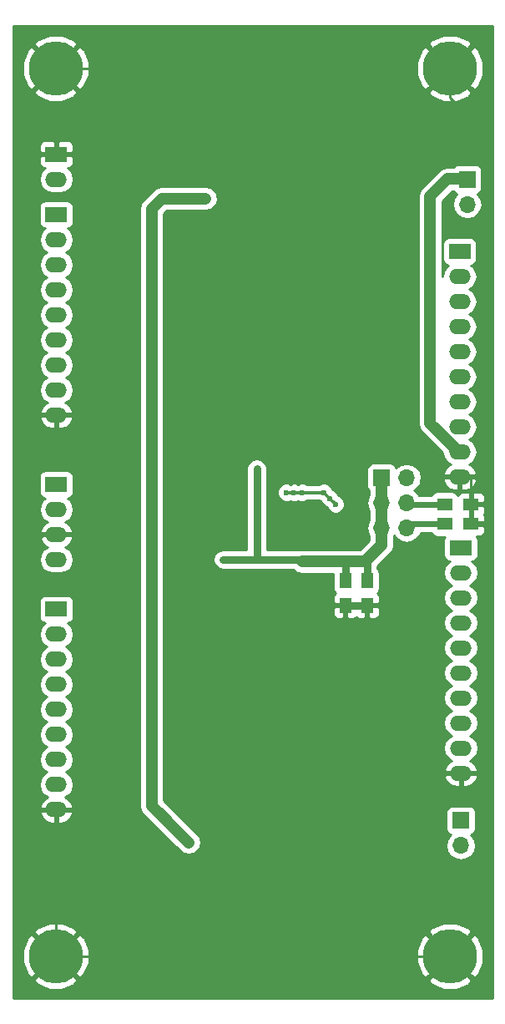
<source format=gbr>
G04 #@! TF.FileFunction,Copper,L2,Bot,Signal*
%FSLAX46Y46*%
G04 Gerber Fmt 4.6, Leading zero omitted, Abs format (unit mm)*
G04 Created by KiCad (PCBNEW 4.0.7) date 12/28/17 14:23:17*
%MOMM*%
%LPD*%
G01*
G04 APERTURE LIST*
%ADD10C,0.100000*%
%ADD11R,1.250000X1.500000*%
%ADD12R,2.197100X1.524000*%
%ADD13O,2.197100X1.524000*%
%ADD14R,1.500000X1.300000*%
%ADD15C,5.500000*%
%ADD16R,1.700000X1.700000*%
%ADD17O,1.700000X1.700000*%
%ADD18C,0.600000*%
%ADD19C,0.250000*%
%ADD20C,0.800000*%
%ADD21C,0.300000*%
%ADD22C,0.600000*%
%ADD23C,1.200000*%
%ADD24C,0.254000*%
G04 APERTURE END LIST*
D10*
D11*
X126600000Y-94450000D03*
X126600000Y-91950000D03*
X124400000Y-94450000D03*
X124400000Y-91950000D03*
D12*
X95076200Y-48730000D03*
D13*
X95076200Y-51270000D03*
X136000000Y-78890000D03*
X136000000Y-76350000D03*
X136000000Y-73810000D03*
X136000000Y-68730000D03*
X136000000Y-66190000D03*
X136000000Y-63650000D03*
X136000000Y-81430000D03*
X136000000Y-71270000D03*
D12*
X136000000Y-58570000D03*
D13*
X136000000Y-61110000D03*
X136100000Y-108920000D03*
X136100000Y-106380000D03*
X136100000Y-103840000D03*
X136100000Y-98760000D03*
X136100000Y-96220000D03*
X136100000Y-93680000D03*
X136100000Y-111460000D03*
X136100000Y-101300000D03*
D12*
X136100000Y-88600000D03*
D13*
X136100000Y-91140000D03*
D14*
X134450000Y-84200000D03*
X137150000Y-84200000D03*
X134450000Y-86200000D03*
X137150000Y-86200000D03*
D15*
X95000000Y-40000000D03*
X95000000Y-130000000D03*
X135000000Y-130000000D03*
X135000000Y-40000000D03*
D13*
X95076200Y-72620000D03*
X95076200Y-70080000D03*
X95076200Y-65000000D03*
X95076200Y-62460000D03*
X95076200Y-59920000D03*
X95076200Y-75160000D03*
X95076200Y-67540000D03*
D12*
X95076200Y-54840000D03*
D13*
X95076200Y-57380000D03*
X95076200Y-112620000D03*
X95076200Y-110080000D03*
X95076200Y-105000000D03*
X95076200Y-102460000D03*
X95076200Y-99920000D03*
X95076200Y-115160000D03*
X95076200Y-107540000D03*
D12*
X95076200Y-94840000D03*
D13*
X95076200Y-97380000D03*
X95076200Y-89810000D03*
X95076200Y-87270000D03*
D12*
X95076200Y-82190000D03*
D13*
X95076200Y-84730000D03*
D16*
X136100000Y-116250000D03*
D17*
X136100000Y-118790000D03*
D16*
X136750000Y-51250000D03*
D17*
X136750000Y-53790000D03*
D16*
X128060000Y-81520000D03*
D17*
X130600000Y-81520000D03*
X128060000Y-84060000D03*
X130600000Y-84060000D03*
X128060000Y-86600000D03*
X130600000Y-86600000D03*
D18*
X117949908Y-75352132D03*
X117949908Y-77400000D03*
X117949908Y-76400000D03*
X130050010Y-75800000D03*
X130050010Y-73005551D03*
X139000000Y-89000000D03*
X139000000Y-124000000D03*
X139000000Y-119000000D03*
X139000000Y-114000000D03*
X139000000Y-109000000D03*
X139000000Y-104000000D03*
X139000000Y-99000000D03*
X139000000Y-94000000D03*
X139000000Y-80000000D03*
X139000000Y-75000000D03*
X139000000Y-70000000D03*
X139000000Y-65000000D03*
X139000000Y-60000000D03*
X139000000Y-55000000D03*
X139000000Y-50000000D03*
X138000000Y-46000000D03*
X95000000Y-125000000D03*
X95000000Y-120000000D03*
X92000000Y-43000000D03*
X92000000Y-48000000D03*
X92000000Y-53000000D03*
X92000000Y-58000000D03*
X92000000Y-63000000D03*
X92000000Y-68000000D03*
X92000000Y-73000000D03*
X92000000Y-78000000D03*
X92000000Y-83000000D03*
X92000000Y-88000000D03*
X92000000Y-93000000D03*
X92000000Y-98000000D03*
X92000000Y-103000000D03*
X92000000Y-108000000D03*
X92000000Y-113000000D03*
X92000000Y-118000000D03*
X113000000Y-92000000D03*
X110000000Y-92000000D03*
X107000000Y-92000000D03*
X102000000Y-92000000D03*
X99000000Y-92000000D03*
X95000000Y-92000000D03*
X113000000Y-86000000D03*
X110000000Y-86000000D03*
X107000000Y-86000000D03*
X102000000Y-86000000D03*
X99000000Y-86000000D03*
X113000000Y-79000000D03*
X110000000Y-79000000D03*
X107000000Y-79000000D03*
X102000000Y-79000000D03*
X99000000Y-79000000D03*
X96000000Y-79000000D03*
X133000000Y-80000000D03*
X131000000Y-78000000D03*
X127000000Y-72000000D03*
X129500000Y-56500000D03*
X126500000Y-56500000D03*
X123500000Y-56500000D03*
X126500000Y-60000000D03*
X126500000Y-62500000D03*
X126500000Y-65000000D03*
X126500000Y-67500000D03*
X126500000Y-70000000D03*
X126200000Y-102000000D03*
X126200000Y-100800000D03*
X126200000Y-99600000D03*
X126200000Y-98400000D03*
X126200000Y-97000000D03*
X138750000Y-86000000D03*
X138750000Y-84750000D03*
X138750000Y-83500000D03*
X95000000Y-45000000D03*
X100000000Y-40000000D03*
X105000000Y-40000000D03*
X110000000Y-40000000D03*
X130000000Y-40000000D03*
X125000000Y-40000000D03*
X120000000Y-40000000D03*
X115000000Y-40000000D03*
X125000000Y-130000000D03*
X120000000Y-130000000D03*
X115000000Y-130000000D03*
X110000000Y-130000000D03*
X105000000Y-130000000D03*
X100000000Y-130000000D03*
X109000000Y-111000000D03*
X113000000Y-111000000D03*
X117000000Y-111000000D03*
X121000000Y-111000000D03*
X125000000Y-111000000D03*
X129000000Y-111000000D03*
X133000000Y-111000000D03*
X118400000Y-83000000D03*
X119200000Y-83000000D03*
X120000010Y-82999990D03*
X122200000Y-82999990D03*
X122800000Y-83600002D03*
X123400000Y-84200006D03*
X110200000Y-53200000D03*
X108500000Y-53200000D03*
X106500000Y-53200000D03*
X107500000Y-117500000D03*
X106500000Y-116500000D03*
X105500000Y-115500000D03*
X108500000Y-118500000D03*
X115400000Y-80600000D03*
X113600000Y-89800000D03*
X112000000Y-89800000D03*
X115400000Y-89800000D03*
D19*
X117949908Y-76400000D02*
X117949908Y-77400000D01*
X130050010Y-73005551D02*
X130050010Y-75800000D01*
X139000000Y-89000000D02*
X139000000Y-94000000D01*
X139000000Y-119000000D02*
X139000000Y-124000000D01*
X139000000Y-109000000D02*
X139000000Y-114000000D01*
X139000000Y-99000000D02*
X139000000Y-104000000D01*
X135000000Y-40000000D02*
X135000000Y-43000000D01*
X139000000Y-70000000D02*
X139000000Y-75000000D01*
X139000000Y-60000000D02*
X139000000Y-65000000D01*
X139000000Y-50000000D02*
X139000000Y-55000000D01*
X135000000Y-43000000D02*
X138000000Y-46000000D01*
X95000000Y-120000000D02*
X94000000Y-120000000D01*
X95000000Y-130000000D02*
X95000000Y-125000000D01*
X92000000Y-43000000D02*
X95000000Y-40000000D01*
X92000000Y-53000000D02*
X92000000Y-48000000D01*
X92000000Y-63000000D02*
X92000000Y-58000000D01*
X92000000Y-73000000D02*
X92000000Y-68000000D01*
X92000000Y-83000000D02*
X92000000Y-78000000D01*
X92000000Y-93000000D02*
X92000000Y-88000000D01*
X92000000Y-103000000D02*
X92000000Y-98000000D01*
X92000000Y-113000000D02*
X92000000Y-108000000D01*
X94000000Y-120000000D02*
X92000000Y-118000000D01*
X95076200Y-87270000D02*
X93730000Y-87270000D01*
X107000000Y-92000000D02*
X110000000Y-92000000D01*
X99000000Y-92000000D02*
X102000000Y-92000000D01*
X94000000Y-92000000D02*
X95000000Y-92000000D01*
X93000000Y-91000000D02*
X94000000Y-92000000D01*
X93000000Y-88000000D02*
X93000000Y-91000000D01*
X93730000Y-87270000D02*
X93000000Y-88000000D01*
X107000000Y-86000000D02*
X110000000Y-86000000D01*
X99000000Y-86000000D02*
X102000000Y-86000000D01*
X95076200Y-75160000D02*
X95076200Y-78076200D01*
X107000000Y-79000000D02*
X110000000Y-79000000D01*
X99000000Y-79000000D02*
X102000000Y-79000000D01*
X95076200Y-78076200D02*
X96000000Y-79000000D01*
X127000000Y-72000000D02*
X127000000Y-70500000D01*
X133000000Y-80000000D02*
X131000000Y-78000000D01*
X123500000Y-56500000D02*
X126500000Y-56500000D01*
X126500000Y-62500000D02*
X126500000Y-60000000D01*
X126500000Y-67500000D02*
X126500000Y-65000000D01*
X127000000Y-70500000D02*
X126500000Y-70000000D01*
D20*
X124400000Y-94450000D02*
X126600000Y-94450000D01*
D19*
X126600000Y-94450000D02*
X126600000Y-96600000D01*
X126200000Y-100800000D02*
X126200000Y-102000000D01*
X126200000Y-98400000D02*
X126200000Y-99600000D01*
X126600000Y-96600000D02*
X126200000Y-97000000D01*
X137076200Y-81430000D02*
X137076200Y-83976200D01*
X137076200Y-83976200D02*
X137000000Y-84052400D01*
X137000000Y-84052400D02*
X137000000Y-86000000D01*
X137000000Y-86000000D02*
X138750000Y-86000000D01*
X138750000Y-84750000D02*
X138750000Y-83500000D01*
X125000000Y-111000000D02*
X125000000Y-125000000D01*
X125000000Y-125000000D02*
X130000000Y-130000000D01*
X95000000Y-40000000D02*
X100000000Y-40000000D01*
X105000000Y-40000000D02*
X110000000Y-40000000D01*
X125000000Y-40000000D02*
X130000000Y-40000000D01*
X115000000Y-40000000D02*
X120000000Y-40000000D01*
X135000000Y-130000000D02*
X130000000Y-130000000D01*
X100000000Y-130000000D02*
X95000000Y-130000000D01*
X130000000Y-130000000D02*
X125000000Y-130000000D01*
X120000000Y-130000000D02*
X115000000Y-130000000D01*
X110000000Y-130000000D02*
X105000000Y-130000000D01*
X137076200Y-111430000D02*
X133430000Y-111430000D01*
X113000000Y-111000000D02*
X109000000Y-111000000D01*
X121000000Y-111000000D02*
X117000000Y-111000000D01*
X129000000Y-111000000D02*
X125000000Y-111000000D01*
X133430000Y-111430000D02*
X133000000Y-111000000D01*
D21*
X119200000Y-83000000D02*
X118400000Y-83000000D01*
X120000010Y-82999990D02*
X119200010Y-82999990D01*
X119200010Y-82999990D02*
X119200000Y-83000000D01*
X121775736Y-82999990D02*
X120000010Y-82999990D01*
X121775736Y-82999990D02*
X122200000Y-82999990D01*
X122299999Y-83099999D02*
X122200000Y-83000000D01*
X122200000Y-83000000D02*
X122200000Y-82999990D01*
X122800000Y-83600002D02*
X122299999Y-83099999D01*
X122500001Y-83300003D02*
X122299999Y-83099999D01*
X123400000Y-84200006D02*
X122800000Y-83600006D01*
X122800000Y-83600006D02*
X122800000Y-83600002D01*
X123200000Y-84000000D02*
X123099999Y-83900001D01*
X123099999Y-83900001D02*
X122800000Y-83600002D01*
D22*
X134450000Y-84200000D02*
X130740000Y-84200000D01*
X130740000Y-84200000D02*
X130600000Y-84060000D01*
X134450000Y-86200000D02*
X131000000Y-86200000D01*
X131000000Y-86200000D02*
X130600000Y-86600000D01*
D23*
X134770000Y-51230000D02*
X136730000Y-51230000D01*
X136730000Y-51230000D02*
X136750000Y-51250000D01*
X134770000Y-51230000D02*
X133000000Y-53000000D01*
X133000000Y-53000000D02*
X133000000Y-76000000D01*
X133000000Y-76000000D02*
X135890000Y-78890000D01*
X108500000Y-53200000D02*
X110200000Y-53200000D01*
X106500000Y-53200000D02*
X108500000Y-53200000D01*
X107500000Y-117500000D02*
X104750000Y-114750000D01*
X104750000Y-54250000D02*
X105800000Y-53200000D01*
X104750000Y-114750000D02*
X104750000Y-54250000D01*
X105800000Y-53200000D02*
X106500000Y-53200000D01*
X106500000Y-116500000D02*
X105500000Y-115500000D01*
X107500000Y-117500000D02*
X108500000Y-118500000D01*
D20*
X115400000Y-80600000D02*
X115400000Y-89800000D01*
X115400000Y-89800000D02*
X113600000Y-89800000D01*
X112000000Y-89800000D02*
X113600000Y-89800000D01*
X119800000Y-89800000D02*
X120000000Y-90000000D01*
D23*
X120000000Y-90000000D02*
X124400000Y-90000000D01*
D20*
X115400000Y-89800000D02*
X119800000Y-89800000D01*
X124400000Y-91950000D02*
X124400000Y-90000000D01*
X124400000Y-90000000D02*
X124400000Y-90200000D01*
X124400000Y-90200000D02*
X124400000Y-90000000D01*
X126600000Y-91950000D02*
X126600000Y-90200000D01*
X126600000Y-90200000D02*
X126400000Y-90000000D01*
D23*
X124400000Y-90000000D02*
X126400000Y-90000000D01*
X126400000Y-90000000D02*
X128060000Y-88340000D01*
X128060000Y-88340000D02*
X128060000Y-86600000D01*
X128060000Y-81520000D02*
X128060000Y-84060000D01*
X128060000Y-84060000D02*
X128060000Y-86600000D01*
D24*
G36*
X139290000Y-134290000D02*
X90710000Y-134290000D01*
X90710000Y-132416266D01*
X92763339Y-132416266D01*
X93075487Y-132864932D01*
X94318343Y-133383331D01*
X95664976Y-133386648D01*
X96910371Y-132874380D01*
X96924513Y-132864932D01*
X97236661Y-132416266D01*
X132763339Y-132416266D01*
X133075487Y-132864932D01*
X134318343Y-133383331D01*
X135664976Y-133386648D01*
X136910371Y-132874380D01*
X136924513Y-132864932D01*
X137236661Y-132416266D01*
X135000000Y-130179605D01*
X132763339Y-132416266D01*
X97236661Y-132416266D01*
X95000000Y-130179605D01*
X92763339Y-132416266D01*
X90710000Y-132416266D01*
X90710000Y-130664976D01*
X91613352Y-130664976D01*
X92125620Y-131910371D01*
X92135068Y-131924513D01*
X92583734Y-132236661D01*
X94820395Y-130000000D01*
X95179605Y-130000000D01*
X97416266Y-132236661D01*
X97864932Y-131924513D01*
X98383331Y-130681657D01*
X98383372Y-130664976D01*
X131613352Y-130664976D01*
X132125620Y-131910371D01*
X132135068Y-131924513D01*
X132583734Y-132236661D01*
X134820395Y-130000000D01*
X135179605Y-130000000D01*
X137416266Y-132236661D01*
X137864932Y-131924513D01*
X138383331Y-130681657D01*
X138386648Y-129335024D01*
X137874380Y-128089629D01*
X137864932Y-128075487D01*
X137416266Y-127763339D01*
X135179605Y-130000000D01*
X134820395Y-130000000D01*
X132583734Y-127763339D01*
X132135068Y-128075487D01*
X131616669Y-129318343D01*
X131613352Y-130664976D01*
X98383372Y-130664976D01*
X98386648Y-129335024D01*
X97874380Y-128089629D01*
X97864932Y-128075487D01*
X97416266Y-127763339D01*
X95179605Y-130000000D01*
X94820395Y-130000000D01*
X92583734Y-127763339D01*
X92135068Y-128075487D01*
X91616669Y-129318343D01*
X91613352Y-130664976D01*
X90710000Y-130664976D01*
X90710000Y-127583734D01*
X92763339Y-127583734D01*
X95000000Y-129820395D01*
X97236661Y-127583734D01*
X132763339Y-127583734D01*
X135000000Y-129820395D01*
X137236661Y-127583734D01*
X136924513Y-127135068D01*
X135681657Y-126616669D01*
X134335024Y-126613352D01*
X133089629Y-127125620D01*
X133075487Y-127135068D01*
X132763339Y-127583734D01*
X97236661Y-127583734D01*
X96924513Y-127135068D01*
X95681657Y-126616669D01*
X94335024Y-126613352D01*
X93089629Y-127125620D01*
X93075487Y-127135068D01*
X92763339Y-127583734D01*
X90710000Y-127583734D01*
X90710000Y-115503070D01*
X93385430Y-115503070D01*
X93400390Y-115577277D01*
X93662020Y-116058026D01*
X94087709Y-116402059D01*
X94612650Y-116557000D01*
X94949200Y-116557000D01*
X94949200Y-115287000D01*
X95203200Y-115287000D01*
X95203200Y-116557000D01*
X95539750Y-116557000D01*
X96064691Y-116402059D01*
X96490380Y-116058026D01*
X96752010Y-115577277D01*
X96766970Y-115503070D01*
X96644470Y-115287000D01*
X95203200Y-115287000D01*
X94949200Y-115287000D01*
X93507930Y-115287000D01*
X93385430Y-115503070D01*
X90710000Y-115503070D01*
X90710000Y-97380000D01*
X93308688Y-97380000D01*
X93415028Y-97914609D01*
X93717860Y-98367828D01*
X94140159Y-98650000D01*
X93717860Y-98932172D01*
X93415028Y-99385391D01*
X93308688Y-99920000D01*
X93415028Y-100454609D01*
X93717860Y-100907828D01*
X94140159Y-101190000D01*
X93717860Y-101472172D01*
X93415028Y-101925391D01*
X93308688Y-102460000D01*
X93415028Y-102994609D01*
X93717860Y-103447828D01*
X94140159Y-103730000D01*
X93717860Y-104012172D01*
X93415028Y-104465391D01*
X93308688Y-105000000D01*
X93415028Y-105534609D01*
X93717860Y-105987828D01*
X94140159Y-106270000D01*
X93717860Y-106552172D01*
X93415028Y-107005391D01*
X93308688Y-107540000D01*
X93415028Y-108074609D01*
X93717860Y-108527828D01*
X94140159Y-108810000D01*
X93717860Y-109092172D01*
X93415028Y-109545391D01*
X93308688Y-110080000D01*
X93415028Y-110614609D01*
X93717860Y-111067828D01*
X94140159Y-111350000D01*
X93717860Y-111632172D01*
X93415028Y-112085391D01*
X93308688Y-112620000D01*
X93415028Y-113154609D01*
X93717860Y-113607828D01*
X94153093Y-113898642D01*
X94087709Y-113917941D01*
X93662020Y-114261974D01*
X93400390Y-114742723D01*
X93385430Y-114816930D01*
X93507930Y-115033000D01*
X94949200Y-115033000D01*
X94949200Y-115013000D01*
X95203200Y-115013000D01*
X95203200Y-115033000D01*
X96644470Y-115033000D01*
X96766970Y-114816930D01*
X96752010Y-114742723D01*
X96490380Y-114261974D01*
X96064691Y-113917941D01*
X95999307Y-113898642D01*
X96434540Y-113607828D01*
X96737372Y-113154609D01*
X96843712Y-112620000D01*
X96737372Y-112085391D01*
X96434540Y-111632172D01*
X96012241Y-111350000D01*
X96434540Y-111067828D01*
X96737372Y-110614609D01*
X96843712Y-110080000D01*
X96737372Y-109545391D01*
X96434540Y-109092172D01*
X96012241Y-108810000D01*
X96434540Y-108527828D01*
X96737372Y-108074609D01*
X96843712Y-107540000D01*
X96737372Y-107005391D01*
X96434540Y-106552172D01*
X96012241Y-106270000D01*
X96434540Y-105987828D01*
X96737372Y-105534609D01*
X96843712Y-105000000D01*
X96737372Y-104465391D01*
X96434540Y-104012172D01*
X96012241Y-103730000D01*
X96434540Y-103447828D01*
X96737372Y-102994609D01*
X96843712Y-102460000D01*
X96737372Y-101925391D01*
X96434540Y-101472172D01*
X96012241Y-101190000D01*
X96434540Y-100907828D01*
X96737372Y-100454609D01*
X96843712Y-99920000D01*
X96737372Y-99385391D01*
X96434540Y-98932172D01*
X96012241Y-98650000D01*
X96434540Y-98367828D01*
X96737372Y-97914609D01*
X96843712Y-97380000D01*
X96737372Y-96845391D01*
X96434540Y-96392172D01*
X96210781Y-96242660D01*
X96410067Y-96205162D01*
X96626191Y-96066090D01*
X96771181Y-95853890D01*
X96822190Y-95602000D01*
X96822190Y-94078000D01*
X96777912Y-93842683D01*
X96638840Y-93626559D01*
X96426640Y-93481569D01*
X96174750Y-93430560D01*
X93977650Y-93430560D01*
X93742333Y-93474838D01*
X93526209Y-93613910D01*
X93381219Y-93826110D01*
X93330210Y-94078000D01*
X93330210Y-95602000D01*
X93374488Y-95837317D01*
X93513560Y-96053441D01*
X93725760Y-96198431D01*
X93942213Y-96242264D01*
X93717860Y-96392172D01*
X93415028Y-96845391D01*
X93308688Y-97380000D01*
X90710000Y-97380000D01*
X90710000Y-89810000D01*
X93308688Y-89810000D01*
X93415028Y-90344609D01*
X93717860Y-90797828D01*
X94171079Y-91100660D01*
X94705688Y-91207000D01*
X95446712Y-91207000D01*
X95981321Y-91100660D01*
X96434540Y-90797828D01*
X96737372Y-90344609D01*
X96843712Y-89810000D01*
X96737372Y-89275391D01*
X96434540Y-88822172D01*
X95999307Y-88531358D01*
X96064691Y-88512059D01*
X96490380Y-88168026D01*
X96752010Y-87687277D01*
X96766970Y-87613070D01*
X96644470Y-87397000D01*
X95203200Y-87397000D01*
X95203200Y-87417000D01*
X94949200Y-87417000D01*
X94949200Y-87397000D01*
X93507930Y-87397000D01*
X93385430Y-87613070D01*
X93400390Y-87687277D01*
X93662020Y-88168026D01*
X94087709Y-88512059D01*
X94153093Y-88531358D01*
X93717860Y-88822172D01*
X93415028Y-89275391D01*
X93308688Y-89810000D01*
X90710000Y-89810000D01*
X90710000Y-84730000D01*
X93308688Y-84730000D01*
X93415028Y-85264609D01*
X93717860Y-85717828D01*
X94153093Y-86008642D01*
X94087709Y-86027941D01*
X93662020Y-86371974D01*
X93400390Y-86852723D01*
X93385430Y-86926930D01*
X93507930Y-87143000D01*
X94949200Y-87143000D01*
X94949200Y-87123000D01*
X95203200Y-87123000D01*
X95203200Y-87143000D01*
X96644470Y-87143000D01*
X96766970Y-86926930D01*
X96752010Y-86852723D01*
X96490380Y-86371974D01*
X96064691Y-86027941D01*
X95999307Y-86008642D01*
X96434540Y-85717828D01*
X96737372Y-85264609D01*
X96843712Y-84730000D01*
X96737372Y-84195391D01*
X96434540Y-83742172D01*
X96210781Y-83592660D01*
X96410067Y-83555162D01*
X96626191Y-83416090D01*
X96771181Y-83203890D01*
X96822190Y-82952000D01*
X96822190Y-81428000D01*
X96777912Y-81192683D01*
X96638840Y-80976559D01*
X96426640Y-80831569D01*
X96174750Y-80780560D01*
X93977650Y-80780560D01*
X93742333Y-80824838D01*
X93526209Y-80963910D01*
X93381219Y-81176110D01*
X93330210Y-81428000D01*
X93330210Y-82952000D01*
X93374488Y-83187317D01*
X93513560Y-83403441D01*
X93725760Y-83548431D01*
X93942213Y-83592264D01*
X93717860Y-83742172D01*
X93415028Y-84195391D01*
X93308688Y-84730000D01*
X90710000Y-84730000D01*
X90710000Y-75503070D01*
X93385430Y-75503070D01*
X93400390Y-75577277D01*
X93662020Y-76058026D01*
X94087709Y-76402059D01*
X94612650Y-76557000D01*
X94949200Y-76557000D01*
X94949200Y-75287000D01*
X95203200Y-75287000D01*
X95203200Y-76557000D01*
X95539750Y-76557000D01*
X96064691Y-76402059D01*
X96490380Y-76058026D01*
X96752010Y-75577277D01*
X96766970Y-75503070D01*
X96644470Y-75287000D01*
X95203200Y-75287000D01*
X94949200Y-75287000D01*
X93507930Y-75287000D01*
X93385430Y-75503070D01*
X90710000Y-75503070D01*
X90710000Y-57380000D01*
X93308688Y-57380000D01*
X93415028Y-57914609D01*
X93717860Y-58367828D01*
X94140159Y-58650000D01*
X93717860Y-58932172D01*
X93415028Y-59385391D01*
X93308688Y-59920000D01*
X93415028Y-60454609D01*
X93717860Y-60907828D01*
X94140159Y-61190000D01*
X93717860Y-61472172D01*
X93415028Y-61925391D01*
X93308688Y-62460000D01*
X93415028Y-62994609D01*
X93717860Y-63447828D01*
X94140159Y-63730000D01*
X93717860Y-64012172D01*
X93415028Y-64465391D01*
X93308688Y-65000000D01*
X93415028Y-65534609D01*
X93717860Y-65987828D01*
X94140159Y-66270000D01*
X93717860Y-66552172D01*
X93415028Y-67005391D01*
X93308688Y-67540000D01*
X93415028Y-68074609D01*
X93717860Y-68527828D01*
X94140159Y-68810000D01*
X93717860Y-69092172D01*
X93415028Y-69545391D01*
X93308688Y-70080000D01*
X93415028Y-70614609D01*
X93717860Y-71067828D01*
X94140159Y-71350000D01*
X93717860Y-71632172D01*
X93415028Y-72085391D01*
X93308688Y-72620000D01*
X93415028Y-73154609D01*
X93717860Y-73607828D01*
X94153093Y-73898642D01*
X94087709Y-73917941D01*
X93662020Y-74261974D01*
X93400390Y-74742723D01*
X93385430Y-74816930D01*
X93507930Y-75033000D01*
X94949200Y-75033000D01*
X94949200Y-75013000D01*
X95203200Y-75013000D01*
X95203200Y-75033000D01*
X96644470Y-75033000D01*
X96766970Y-74816930D01*
X96752010Y-74742723D01*
X96490380Y-74261974D01*
X96064691Y-73917941D01*
X95999307Y-73898642D01*
X96434540Y-73607828D01*
X96737372Y-73154609D01*
X96843712Y-72620000D01*
X96737372Y-72085391D01*
X96434540Y-71632172D01*
X96012241Y-71350000D01*
X96434540Y-71067828D01*
X96737372Y-70614609D01*
X96843712Y-70080000D01*
X96737372Y-69545391D01*
X96434540Y-69092172D01*
X96012241Y-68810000D01*
X96434540Y-68527828D01*
X96737372Y-68074609D01*
X96843712Y-67540000D01*
X96737372Y-67005391D01*
X96434540Y-66552172D01*
X96012241Y-66270000D01*
X96434540Y-65987828D01*
X96737372Y-65534609D01*
X96843712Y-65000000D01*
X96737372Y-64465391D01*
X96434540Y-64012172D01*
X96012241Y-63730000D01*
X96434540Y-63447828D01*
X96737372Y-62994609D01*
X96843712Y-62460000D01*
X96737372Y-61925391D01*
X96434540Y-61472172D01*
X96012241Y-61190000D01*
X96434540Y-60907828D01*
X96737372Y-60454609D01*
X96843712Y-59920000D01*
X96737372Y-59385391D01*
X96434540Y-58932172D01*
X96012241Y-58650000D01*
X96434540Y-58367828D01*
X96737372Y-57914609D01*
X96843712Y-57380000D01*
X96737372Y-56845391D01*
X96434540Y-56392172D01*
X96210781Y-56242660D01*
X96410067Y-56205162D01*
X96626191Y-56066090D01*
X96771181Y-55853890D01*
X96822190Y-55602000D01*
X96822190Y-54250000D01*
X103515000Y-54250000D01*
X103515000Y-114750000D01*
X103609009Y-115222614D01*
X103876723Y-115623277D01*
X107626723Y-119373277D01*
X108027386Y-119640991D01*
X108500000Y-119735000D01*
X108972614Y-119640991D01*
X109373277Y-119373277D01*
X109640991Y-118972614D01*
X109677315Y-118790000D01*
X134585907Y-118790000D01*
X134698946Y-119358285D01*
X135020853Y-119840054D01*
X135502622Y-120161961D01*
X136070907Y-120275000D01*
X136129093Y-120275000D01*
X136697378Y-120161961D01*
X137179147Y-119840054D01*
X137501054Y-119358285D01*
X137614093Y-118790000D01*
X137501054Y-118221715D01*
X137179147Y-117739946D01*
X137137548Y-117712150D01*
X137185317Y-117703162D01*
X137401441Y-117564090D01*
X137546431Y-117351890D01*
X137597440Y-117100000D01*
X137597440Y-115400000D01*
X137553162Y-115164683D01*
X137414090Y-114948559D01*
X137201890Y-114803569D01*
X136950000Y-114752560D01*
X135250000Y-114752560D01*
X135014683Y-114796838D01*
X134798559Y-114935910D01*
X134653569Y-115148110D01*
X134602560Y-115400000D01*
X134602560Y-117100000D01*
X134646838Y-117335317D01*
X134785910Y-117551441D01*
X134998110Y-117696431D01*
X135065541Y-117710086D01*
X135020853Y-117739946D01*
X134698946Y-118221715D01*
X134585907Y-118790000D01*
X109677315Y-118790000D01*
X109735000Y-118500000D01*
X109640991Y-118027386D01*
X109373277Y-117626723D01*
X105985000Y-114238446D01*
X105985000Y-111803070D01*
X134409230Y-111803070D01*
X134424190Y-111877277D01*
X134685820Y-112358026D01*
X135111509Y-112702059D01*
X135636450Y-112857000D01*
X135973000Y-112857000D01*
X135973000Y-111587000D01*
X136227000Y-111587000D01*
X136227000Y-112857000D01*
X136563550Y-112857000D01*
X137088491Y-112702059D01*
X137514180Y-112358026D01*
X137775810Y-111877277D01*
X137790770Y-111803070D01*
X137668270Y-111587000D01*
X136227000Y-111587000D01*
X135973000Y-111587000D01*
X134531730Y-111587000D01*
X134409230Y-111803070D01*
X105985000Y-111803070D01*
X105985000Y-94735750D01*
X123140000Y-94735750D01*
X123140000Y-95326309D01*
X123236673Y-95559698D01*
X123415301Y-95738327D01*
X123648690Y-95835000D01*
X124114250Y-95835000D01*
X124273000Y-95676250D01*
X124273000Y-94577000D01*
X124527000Y-94577000D01*
X124527000Y-95676250D01*
X124685750Y-95835000D01*
X125151310Y-95835000D01*
X125384699Y-95738327D01*
X125500000Y-95623025D01*
X125615301Y-95738327D01*
X125848690Y-95835000D01*
X126314250Y-95835000D01*
X126473000Y-95676250D01*
X126473000Y-94577000D01*
X126727000Y-94577000D01*
X126727000Y-95676250D01*
X126885750Y-95835000D01*
X127351310Y-95835000D01*
X127584699Y-95738327D01*
X127763327Y-95559698D01*
X127860000Y-95326309D01*
X127860000Y-94735750D01*
X127701250Y-94577000D01*
X126727000Y-94577000D01*
X126473000Y-94577000D01*
X124527000Y-94577000D01*
X124273000Y-94577000D01*
X123298750Y-94577000D01*
X123140000Y-94735750D01*
X105985000Y-94735750D01*
X105985000Y-89800000D01*
X110965000Y-89800000D01*
X111043785Y-90196077D01*
X111268144Y-90531856D01*
X111603923Y-90756215D01*
X112000000Y-90835000D01*
X119101147Y-90835000D01*
X119126723Y-90873277D01*
X119527386Y-91140991D01*
X120000000Y-91235000D01*
X123127560Y-91235000D01*
X123127560Y-92700000D01*
X123171838Y-92935317D01*
X123310910Y-93151441D01*
X123379006Y-93197969D01*
X123236673Y-93340302D01*
X123140000Y-93573691D01*
X123140000Y-94164250D01*
X123298750Y-94323000D01*
X124273000Y-94323000D01*
X124273000Y-94303000D01*
X124527000Y-94303000D01*
X124527000Y-94323000D01*
X126473000Y-94323000D01*
X126473000Y-94303000D01*
X126727000Y-94303000D01*
X126727000Y-94323000D01*
X127701250Y-94323000D01*
X127860000Y-94164250D01*
X127860000Y-93573691D01*
X127763327Y-93340302D01*
X127622090Y-93199064D01*
X127676441Y-93164090D01*
X127821431Y-92951890D01*
X127872440Y-92700000D01*
X127872440Y-91200000D01*
X127828162Y-90964683D01*
X127689090Y-90748559D01*
X127635000Y-90711601D01*
X127635000Y-90511554D01*
X128933277Y-89213277D01*
X129200991Y-88812614D01*
X129295001Y-88340000D01*
X129295000Y-88339995D01*
X129295000Y-87416803D01*
X129330000Y-87364422D01*
X129520853Y-87650054D01*
X130002622Y-87971961D01*
X130570907Y-88085000D01*
X130629093Y-88085000D01*
X131197378Y-87971961D01*
X131679147Y-87650054D01*
X132001054Y-87168285D01*
X132007675Y-87135000D01*
X133128808Y-87135000D01*
X133235910Y-87301441D01*
X133448110Y-87446431D01*
X133700000Y-87497440D01*
X134465605Y-87497440D01*
X134405019Y-87586110D01*
X134354010Y-87838000D01*
X134354010Y-89362000D01*
X134398288Y-89597317D01*
X134537360Y-89813441D01*
X134749560Y-89958431D01*
X134966013Y-90002264D01*
X134741660Y-90152172D01*
X134438828Y-90605391D01*
X134332488Y-91140000D01*
X134438828Y-91674609D01*
X134741660Y-92127828D01*
X135163959Y-92410000D01*
X134741660Y-92692172D01*
X134438828Y-93145391D01*
X134332488Y-93680000D01*
X134438828Y-94214609D01*
X134741660Y-94667828D01*
X135163959Y-94950000D01*
X134741660Y-95232172D01*
X134438828Y-95685391D01*
X134332488Y-96220000D01*
X134438828Y-96754609D01*
X134741660Y-97207828D01*
X135163959Y-97490000D01*
X134741660Y-97772172D01*
X134438828Y-98225391D01*
X134332488Y-98760000D01*
X134438828Y-99294609D01*
X134741660Y-99747828D01*
X135163959Y-100030000D01*
X134741660Y-100312172D01*
X134438828Y-100765391D01*
X134332488Y-101300000D01*
X134438828Y-101834609D01*
X134741660Y-102287828D01*
X135163959Y-102570000D01*
X134741660Y-102852172D01*
X134438828Y-103305391D01*
X134332488Y-103840000D01*
X134438828Y-104374609D01*
X134741660Y-104827828D01*
X135163959Y-105110000D01*
X134741660Y-105392172D01*
X134438828Y-105845391D01*
X134332488Y-106380000D01*
X134438828Y-106914609D01*
X134741660Y-107367828D01*
X135163959Y-107650000D01*
X134741660Y-107932172D01*
X134438828Y-108385391D01*
X134332488Y-108920000D01*
X134438828Y-109454609D01*
X134741660Y-109907828D01*
X135176893Y-110198642D01*
X135111509Y-110217941D01*
X134685820Y-110561974D01*
X134424190Y-111042723D01*
X134409230Y-111116930D01*
X134531730Y-111333000D01*
X135973000Y-111333000D01*
X135973000Y-111313000D01*
X136227000Y-111313000D01*
X136227000Y-111333000D01*
X137668270Y-111333000D01*
X137790770Y-111116930D01*
X137775810Y-111042723D01*
X137514180Y-110561974D01*
X137088491Y-110217941D01*
X137023107Y-110198642D01*
X137458340Y-109907828D01*
X137761172Y-109454609D01*
X137867512Y-108920000D01*
X137761172Y-108385391D01*
X137458340Y-107932172D01*
X137036041Y-107650000D01*
X137458340Y-107367828D01*
X137761172Y-106914609D01*
X137867512Y-106380000D01*
X137761172Y-105845391D01*
X137458340Y-105392172D01*
X137036041Y-105110000D01*
X137458340Y-104827828D01*
X137761172Y-104374609D01*
X137867512Y-103840000D01*
X137761172Y-103305391D01*
X137458340Y-102852172D01*
X137036041Y-102570000D01*
X137458340Y-102287828D01*
X137761172Y-101834609D01*
X137867512Y-101300000D01*
X137761172Y-100765391D01*
X137458340Y-100312172D01*
X137036041Y-100030000D01*
X137458340Y-99747828D01*
X137761172Y-99294609D01*
X137867512Y-98760000D01*
X137761172Y-98225391D01*
X137458340Y-97772172D01*
X137036041Y-97490000D01*
X137458340Y-97207828D01*
X137761172Y-96754609D01*
X137867512Y-96220000D01*
X137761172Y-95685391D01*
X137458340Y-95232172D01*
X137036041Y-94950000D01*
X137458340Y-94667828D01*
X137761172Y-94214609D01*
X137867512Y-93680000D01*
X137761172Y-93145391D01*
X137458340Y-92692172D01*
X137036041Y-92410000D01*
X137458340Y-92127828D01*
X137761172Y-91674609D01*
X137867512Y-91140000D01*
X137761172Y-90605391D01*
X137458340Y-90152172D01*
X137234581Y-90002660D01*
X137433867Y-89965162D01*
X137649991Y-89826090D01*
X137794981Y-89613890D01*
X137845990Y-89362000D01*
X137845990Y-87838000D01*
X137801712Y-87602683D01*
X137725985Y-87485000D01*
X138026309Y-87485000D01*
X138259698Y-87388327D01*
X138438327Y-87209699D01*
X138535000Y-86976310D01*
X138535000Y-86485750D01*
X138376250Y-86327000D01*
X137277000Y-86327000D01*
X137277000Y-86347000D01*
X137023000Y-86347000D01*
X137023000Y-86327000D01*
X137003000Y-86327000D01*
X137003000Y-86073000D01*
X137023000Y-86073000D01*
X137023000Y-84327000D01*
X137277000Y-84327000D01*
X137277000Y-86073000D01*
X138376250Y-86073000D01*
X138535000Y-85914250D01*
X138535000Y-85423690D01*
X138442344Y-85200000D01*
X138535000Y-84976310D01*
X138535000Y-84485750D01*
X138376250Y-84327000D01*
X137277000Y-84327000D01*
X137023000Y-84327000D01*
X137003000Y-84327000D01*
X137003000Y-84073000D01*
X137023000Y-84073000D01*
X137023000Y-83073750D01*
X137277000Y-83073750D01*
X137277000Y-84073000D01*
X138376250Y-84073000D01*
X138535000Y-83914250D01*
X138535000Y-83423690D01*
X138438327Y-83190301D01*
X138259698Y-83011673D01*
X138026309Y-82915000D01*
X137435750Y-82915000D01*
X137277000Y-83073750D01*
X137023000Y-83073750D01*
X136864250Y-82915000D01*
X136273691Y-82915000D01*
X136040302Y-83011673D01*
X135861673Y-83190301D01*
X135805346Y-83326287D01*
X135803162Y-83314683D01*
X135664090Y-83098559D01*
X135451890Y-82953569D01*
X135200000Y-82902560D01*
X133700000Y-82902560D01*
X133464683Y-82946838D01*
X133248559Y-83085910D01*
X133126192Y-83265000D01*
X131849568Y-83265000D01*
X131679147Y-83009946D01*
X131349974Y-82790000D01*
X131679147Y-82570054D01*
X132001054Y-82088285D01*
X132063754Y-81773070D01*
X134309230Y-81773070D01*
X134324190Y-81847277D01*
X134585820Y-82328026D01*
X135011509Y-82672059D01*
X135536450Y-82827000D01*
X135873000Y-82827000D01*
X135873000Y-81557000D01*
X136127000Y-81557000D01*
X136127000Y-82827000D01*
X136463550Y-82827000D01*
X136988491Y-82672059D01*
X137414180Y-82328026D01*
X137675810Y-81847277D01*
X137690770Y-81773070D01*
X137568270Y-81557000D01*
X136127000Y-81557000D01*
X135873000Y-81557000D01*
X134431730Y-81557000D01*
X134309230Y-81773070D01*
X132063754Y-81773070D01*
X132114093Y-81520000D01*
X132001054Y-80951715D01*
X131679147Y-80469946D01*
X131197378Y-80148039D01*
X130629093Y-80035000D01*
X130570907Y-80035000D01*
X130002622Y-80148039D01*
X129520853Y-80469946D01*
X129520029Y-80471179D01*
X129513162Y-80434683D01*
X129374090Y-80218559D01*
X129161890Y-80073569D01*
X128910000Y-80022560D01*
X127210000Y-80022560D01*
X126974683Y-80066838D01*
X126758559Y-80205910D01*
X126613569Y-80418110D01*
X126562560Y-80670000D01*
X126562560Y-82370000D01*
X126606838Y-82605317D01*
X126745910Y-82821441D01*
X126825000Y-82875481D01*
X126825000Y-83243197D01*
X126658946Y-83491715D01*
X126545907Y-84060000D01*
X126658946Y-84628285D01*
X126825000Y-84876803D01*
X126825000Y-85783197D01*
X126658946Y-86031715D01*
X126545907Y-86600000D01*
X126658946Y-87168285D01*
X126825000Y-87416803D01*
X126825000Y-87828446D01*
X125888446Y-88765000D01*
X120000000Y-88765000D01*
X119900002Y-88784891D01*
X119800000Y-88764999D01*
X119799995Y-88765000D01*
X116435000Y-88765000D01*
X116435000Y-83185167D01*
X117464838Y-83185167D01*
X117606883Y-83528943D01*
X117869673Y-83792192D01*
X118213201Y-83934838D01*
X118585167Y-83935162D01*
X118800104Y-83846352D01*
X119013201Y-83934838D01*
X119385167Y-83935162D01*
X119600121Y-83846345D01*
X119813211Y-83934828D01*
X120185177Y-83935152D01*
X120528953Y-83793107D01*
X120537084Y-83784990D01*
X121662494Y-83784990D01*
X121669673Y-83792182D01*
X121908756Y-83891458D01*
X122006883Y-84128945D01*
X122269673Y-84392194D01*
X122508760Y-84491472D01*
X122606883Y-84728949D01*
X122869673Y-84992198D01*
X123213201Y-85134844D01*
X123585167Y-85135168D01*
X123928943Y-84993123D01*
X124192192Y-84730333D01*
X124334838Y-84386805D01*
X124335162Y-84014839D01*
X124193117Y-83671063D01*
X123930327Y-83407814D01*
X123691240Y-83308536D01*
X123593117Y-83071059D01*
X123330327Y-82807810D01*
X123091244Y-82708534D01*
X122993117Y-82471047D01*
X122730327Y-82207798D01*
X122386799Y-82065152D01*
X122014833Y-82064828D01*
X121671057Y-82206873D01*
X121662926Y-82214990D01*
X120537516Y-82214990D01*
X120530337Y-82207798D01*
X120186809Y-82065152D01*
X119814843Y-82064828D01*
X119599889Y-82153645D01*
X119386799Y-82065162D01*
X119014833Y-82064838D01*
X118799896Y-82153648D01*
X118586799Y-82065162D01*
X118214833Y-82064838D01*
X117871057Y-82206883D01*
X117607808Y-82469673D01*
X117465162Y-82813201D01*
X117464838Y-83185167D01*
X116435000Y-83185167D01*
X116435000Y-80600000D01*
X116356215Y-80203923D01*
X116131856Y-79868144D01*
X115796077Y-79643785D01*
X115400000Y-79565000D01*
X115003923Y-79643785D01*
X114668144Y-79868144D01*
X114443785Y-80203923D01*
X114365000Y-80600000D01*
X114365000Y-88765000D01*
X112000000Y-88765000D01*
X111603923Y-88843785D01*
X111268144Y-89068144D01*
X111043785Y-89403923D01*
X110965000Y-89800000D01*
X105985000Y-89800000D01*
X105985000Y-54761554D01*
X106311554Y-54435000D01*
X110200000Y-54435000D01*
X110672614Y-54340991D01*
X111073277Y-54073277D01*
X111340991Y-53672614D01*
X111435000Y-53200000D01*
X111395218Y-53000000D01*
X131765000Y-53000000D01*
X131765000Y-76000000D01*
X131859009Y-76472614D01*
X132126723Y-76873277D01*
X134254597Y-79001151D01*
X134338828Y-79424609D01*
X134641660Y-79877828D01*
X135076893Y-80168642D01*
X135011509Y-80187941D01*
X134585820Y-80531974D01*
X134324190Y-81012723D01*
X134309230Y-81086930D01*
X134431730Y-81303000D01*
X135873000Y-81303000D01*
X135873000Y-81283000D01*
X136127000Y-81283000D01*
X136127000Y-81303000D01*
X137568270Y-81303000D01*
X137690770Y-81086930D01*
X137675810Y-81012723D01*
X137414180Y-80531974D01*
X136988491Y-80187941D01*
X136923107Y-80168642D01*
X137358340Y-79877828D01*
X137661172Y-79424609D01*
X137767512Y-78890000D01*
X137661172Y-78355391D01*
X137358340Y-77902172D01*
X136936041Y-77620000D01*
X137358340Y-77337828D01*
X137661172Y-76884609D01*
X137767512Y-76350000D01*
X137661172Y-75815391D01*
X137358340Y-75362172D01*
X136936041Y-75080000D01*
X137358340Y-74797828D01*
X137661172Y-74344609D01*
X137767512Y-73810000D01*
X137661172Y-73275391D01*
X137358340Y-72822172D01*
X136936041Y-72540000D01*
X137358340Y-72257828D01*
X137661172Y-71804609D01*
X137767512Y-71270000D01*
X137661172Y-70735391D01*
X137358340Y-70282172D01*
X136936041Y-70000000D01*
X137358340Y-69717828D01*
X137661172Y-69264609D01*
X137767512Y-68730000D01*
X137661172Y-68195391D01*
X137358340Y-67742172D01*
X136936041Y-67460000D01*
X137358340Y-67177828D01*
X137661172Y-66724609D01*
X137767512Y-66190000D01*
X137661172Y-65655391D01*
X137358340Y-65202172D01*
X136936041Y-64920000D01*
X137358340Y-64637828D01*
X137661172Y-64184609D01*
X137767512Y-63650000D01*
X137661172Y-63115391D01*
X137358340Y-62662172D01*
X136936041Y-62380000D01*
X137358340Y-62097828D01*
X137661172Y-61644609D01*
X137767512Y-61110000D01*
X137661172Y-60575391D01*
X137358340Y-60122172D01*
X137134581Y-59972660D01*
X137333867Y-59935162D01*
X137549991Y-59796090D01*
X137694981Y-59583890D01*
X137745990Y-59332000D01*
X137745990Y-57808000D01*
X137701712Y-57572683D01*
X137562640Y-57356559D01*
X137350440Y-57211569D01*
X137098550Y-57160560D01*
X134901450Y-57160560D01*
X134666133Y-57204838D01*
X134450009Y-57343910D01*
X134305019Y-57556110D01*
X134254010Y-57808000D01*
X134254010Y-59332000D01*
X134298288Y-59567317D01*
X134437360Y-59783441D01*
X134649560Y-59928431D01*
X134866013Y-59972264D01*
X134641660Y-60122172D01*
X134338828Y-60575391D01*
X134235000Y-61097371D01*
X134235000Y-53511554D01*
X135281554Y-52465000D01*
X135380287Y-52465000D01*
X135435910Y-52551441D01*
X135648110Y-52696431D01*
X135715541Y-52710086D01*
X135670853Y-52739946D01*
X135348946Y-53221715D01*
X135235907Y-53790000D01*
X135348946Y-54358285D01*
X135670853Y-54840054D01*
X136152622Y-55161961D01*
X136720907Y-55275000D01*
X136779093Y-55275000D01*
X137347378Y-55161961D01*
X137829147Y-54840054D01*
X138151054Y-54358285D01*
X138264093Y-53790000D01*
X138151054Y-53221715D01*
X137829147Y-52739946D01*
X137787548Y-52712150D01*
X137835317Y-52703162D01*
X138051441Y-52564090D01*
X138196431Y-52351890D01*
X138247440Y-52100000D01*
X138247440Y-50400000D01*
X138203162Y-50164683D01*
X138064090Y-49948559D01*
X137851890Y-49803569D01*
X137600000Y-49752560D01*
X135900000Y-49752560D01*
X135664683Y-49796838D01*
X135448559Y-49935910D01*
X135408185Y-49995000D01*
X134770000Y-49995000D01*
X134297386Y-50089009D01*
X133896723Y-50356723D01*
X132126723Y-52126723D01*
X131859009Y-52527386D01*
X131765000Y-53000000D01*
X111395218Y-53000000D01*
X111340991Y-52727386D01*
X111073277Y-52326723D01*
X110672614Y-52059009D01*
X110200000Y-51965000D01*
X105800000Y-51965000D01*
X105327386Y-52059009D01*
X104926723Y-52326723D01*
X103876723Y-53376723D01*
X103609009Y-53777386D01*
X103515000Y-54250000D01*
X96822190Y-54250000D01*
X96822190Y-54078000D01*
X96777912Y-53842683D01*
X96638840Y-53626559D01*
X96426640Y-53481569D01*
X96174750Y-53430560D01*
X93977650Y-53430560D01*
X93742333Y-53474838D01*
X93526209Y-53613910D01*
X93381219Y-53826110D01*
X93330210Y-54078000D01*
X93330210Y-55602000D01*
X93374488Y-55837317D01*
X93513560Y-56053441D01*
X93725760Y-56198431D01*
X93942213Y-56242264D01*
X93717860Y-56392172D01*
X93415028Y-56845391D01*
X93308688Y-57380000D01*
X90710000Y-57380000D01*
X90710000Y-51270000D01*
X93308688Y-51270000D01*
X93415028Y-51804609D01*
X93717860Y-52257828D01*
X94171079Y-52560660D01*
X94705688Y-52667000D01*
X95446712Y-52667000D01*
X95981321Y-52560660D01*
X96434540Y-52257828D01*
X96737372Y-51804609D01*
X96843712Y-51270000D01*
X96737372Y-50735391D01*
X96434540Y-50282172D01*
X96202309Y-50127000D01*
X96301060Y-50127000D01*
X96534449Y-50030327D01*
X96713077Y-49851698D01*
X96809750Y-49618309D01*
X96809750Y-49015750D01*
X96651000Y-48857000D01*
X95203200Y-48857000D01*
X95203200Y-48877000D01*
X94949200Y-48877000D01*
X94949200Y-48857000D01*
X93501400Y-48857000D01*
X93342650Y-49015750D01*
X93342650Y-49618309D01*
X93439323Y-49851698D01*
X93617951Y-50030327D01*
X93851340Y-50127000D01*
X93950091Y-50127000D01*
X93717860Y-50282172D01*
X93415028Y-50735391D01*
X93308688Y-51270000D01*
X90710000Y-51270000D01*
X90710000Y-47841691D01*
X93342650Y-47841691D01*
X93342650Y-48444250D01*
X93501400Y-48603000D01*
X94949200Y-48603000D01*
X94949200Y-47491750D01*
X95203200Y-47491750D01*
X95203200Y-48603000D01*
X96651000Y-48603000D01*
X96809750Y-48444250D01*
X96809750Y-47841691D01*
X96713077Y-47608302D01*
X96534449Y-47429673D01*
X96301060Y-47333000D01*
X95361950Y-47333000D01*
X95203200Y-47491750D01*
X94949200Y-47491750D01*
X94790450Y-47333000D01*
X93851340Y-47333000D01*
X93617951Y-47429673D01*
X93439323Y-47608302D01*
X93342650Y-47841691D01*
X90710000Y-47841691D01*
X90710000Y-42416266D01*
X92763339Y-42416266D01*
X93075487Y-42864932D01*
X94318343Y-43383331D01*
X95664976Y-43386648D01*
X96910371Y-42874380D01*
X96924513Y-42864932D01*
X97236661Y-42416266D01*
X132763339Y-42416266D01*
X133075487Y-42864932D01*
X134318343Y-43383331D01*
X135664976Y-43386648D01*
X136910371Y-42874380D01*
X136924513Y-42864932D01*
X137236661Y-42416266D01*
X135000000Y-40179605D01*
X132763339Y-42416266D01*
X97236661Y-42416266D01*
X95000000Y-40179605D01*
X92763339Y-42416266D01*
X90710000Y-42416266D01*
X90710000Y-40664976D01*
X91613352Y-40664976D01*
X92125620Y-41910371D01*
X92135068Y-41924513D01*
X92583734Y-42236661D01*
X94820395Y-40000000D01*
X95179605Y-40000000D01*
X97416266Y-42236661D01*
X97864932Y-41924513D01*
X98383331Y-40681657D01*
X98383372Y-40664976D01*
X131613352Y-40664976D01*
X132125620Y-41910371D01*
X132135068Y-41924513D01*
X132583734Y-42236661D01*
X134820395Y-40000000D01*
X135179605Y-40000000D01*
X137416266Y-42236661D01*
X137864932Y-41924513D01*
X138383331Y-40681657D01*
X138386648Y-39335024D01*
X137874380Y-38089629D01*
X137864932Y-38075487D01*
X137416266Y-37763339D01*
X135179605Y-40000000D01*
X134820395Y-40000000D01*
X132583734Y-37763339D01*
X132135068Y-38075487D01*
X131616669Y-39318343D01*
X131613352Y-40664976D01*
X98383372Y-40664976D01*
X98386648Y-39335024D01*
X97874380Y-38089629D01*
X97864932Y-38075487D01*
X97416266Y-37763339D01*
X95179605Y-40000000D01*
X94820395Y-40000000D01*
X92583734Y-37763339D01*
X92135068Y-38075487D01*
X91616669Y-39318343D01*
X91613352Y-40664976D01*
X90710000Y-40664976D01*
X90710000Y-37583734D01*
X92763339Y-37583734D01*
X95000000Y-39820395D01*
X97236661Y-37583734D01*
X132763339Y-37583734D01*
X135000000Y-39820395D01*
X137236661Y-37583734D01*
X136924513Y-37135068D01*
X135681657Y-36616669D01*
X134335024Y-36613352D01*
X133089629Y-37125620D01*
X133075487Y-37135068D01*
X132763339Y-37583734D01*
X97236661Y-37583734D01*
X96924513Y-37135068D01*
X95681657Y-36616669D01*
X94335024Y-36613352D01*
X93089629Y-37125620D01*
X93075487Y-37135068D01*
X92763339Y-37583734D01*
X90710000Y-37583734D01*
X90710000Y-35710000D01*
X139290000Y-35710000D01*
X139290000Y-134290000D01*
X139290000Y-134290000D01*
G37*
X139290000Y-134290000D02*
X90710000Y-134290000D01*
X90710000Y-132416266D01*
X92763339Y-132416266D01*
X93075487Y-132864932D01*
X94318343Y-133383331D01*
X95664976Y-133386648D01*
X96910371Y-132874380D01*
X96924513Y-132864932D01*
X97236661Y-132416266D01*
X132763339Y-132416266D01*
X133075487Y-132864932D01*
X134318343Y-133383331D01*
X135664976Y-133386648D01*
X136910371Y-132874380D01*
X136924513Y-132864932D01*
X137236661Y-132416266D01*
X135000000Y-130179605D01*
X132763339Y-132416266D01*
X97236661Y-132416266D01*
X95000000Y-130179605D01*
X92763339Y-132416266D01*
X90710000Y-132416266D01*
X90710000Y-130664976D01*
X91613352Y-130664976D01*
X92125620Y-131910371D01*
X92135068Y-131924513D01*
X92583734Y-132236661D01*
X94820395Y-130000000D01*
X95179605Y-130000000D01*
X97416266Y-132236661D01*
X97864932Y-131924513D01*
X98383331Y-130681657D01*
X98383372Y-130664976D01*
X131613352Y-130664976D01*
X132125620Y-131910371D01*
X132135068Y-131924513D01*
X132583734Y-132236661D01*
X134820395Y-130000000D01*
X135179605Y-130000000D01*
X137416266Y-132236661D01*
X137864932Y-131924513D01*
X138383331Y-130681657D01*
X138386648Y-129335024D01*
X137874380Y-128089629D01*
X137864932Y-128075487D01*
X137416266Y-127763339D01*
X135179605Y-130000000D01*
X134820395Y-130000000D01*
X132583734Y-127763339D01*
X132135068Y-128075487D01*
X131616669Y-129318343D01*
X131613352Y-130664976D01*
X98383372Y-130664976D01*
X98386648Y-129335024D01*
X97874380Y-128089629D01*
X97864932Y-128075487D01*
X97416266Y-127763339D01*
X95179605Y-130000000D01*
X94820395Y-130000000D01*
X92583734Y-127763339D01*
X92135068Y-128075487D01*
X91616669Y-129318343D01*
X91613352Y-130664976D01*
X90710000Y-130664976D01*
X90710000Y-127583734D01*
X92763339Y-127583734D01*
X95000000Y-129820395D01*
X97236661Y-127583734D01*
X132763339Y-127583734D01*
X135000000Y-129820395D01*
X137236661Y-127583734D01*
X136924513Y-127135068D01*
X135681657Y-126616669D01*
X134335024Y-126613352D01*
X133089629Y-127125620D01*
X133075487Y-127135068D01*
X132763339Y-127583734D01*
X97236661Y-127583734D01*
X96924513Y-127135068D01*
X95681657Y-126616669D01*
X94335024Y-126613352D01*
X93089629Y-127125620D01*
X93075487Y-127135068D01*
X92763339Y-127583734D01*
X90710000Y-127583734D01*
X90710000Y-115503070D01*
X93385430Y-115503070D01*
X93400390Y-115577277D01*
X93662020Y-116058026D01*
X94087709Y-116402059D01*
X94612650Y-116557000D01*
X94949200Y-116557000D01*
X94949200Y-115287000D01*
X95203200Y-115287000D01*
X95203200Y-116557000D01*
X95539750Y-116557000D01*
X96064691Y-116402059D01*
X96490380Y-116058026D01*
X96752010Y-115577277D01*
X96766970Y-115503070D01*
X96644470Y-115287000D01*
X95203200Y-115287000D01*
X94949200Y-115287000D01*
X93507930Y-115287000D01*
X93385430Y-115503070D01*
X90710000Y-115503070D01*
X90710000Y-97380000D01*
X93308688Y-97380000D01*
X93415028Y-97914609D01*
X93717860Y-98367828D01*
X94140159Y-98650000D01*
X93717860Y-98932172D01*
X93415028Y-99385391D01*
X93308688Y-99920000D01*
X93415028Y-100454609D01*
X93717860Y-100907828D01*
X94140159Y-101190000D01*
X93717860Y-101472172D01*
X93415028Y-101925391D01*
X93308688Y-102460000D01*
X93415028Y-102994609D01*
X93717860Y-103447828D01*
X94140159Y-103730000D01*
X93717860Y-104012172D01*
X93415028Y-104465391D01*
X93308688Y-105000000D01*
X93415028Y-105534609D01*
X93717860Y-105987828D01*
X94140159Y-106270000D01*
X93717860Y-106552172D01*
X93415028Y-107005391D01*
X93308688Y-107540000D01*
X93415028Y-108074609D01*
X93717860Y-108527828D01*
X94140159Y-108810000D01*
X93717860Y-109092172D01*
X93415028Y-109545391D01*
X93308688Y-110080000D01*
X93415028Y-110614609D01*
X93717860Y-111067828D01*
X94140159Y-111350000D01*
X93717860Y-111632172D01*
X93415028Y-112085391D01*
X93308688Y-112620000D01*
X93415028Y-113154609D01*
X93717860Y-113607828D01*
X94153093Y-113898642D01*
X94087709Y-113917941D01*
X93662020Y-114261974D01*
X93400390Y-114742723D01*
X93385430Y-114816930D01*
X93507930Y-115033000D01*
X94949200Y-115033000D01*
X94949200Y-115013000D01*
X95203200Y-115013000D01*
X95203200Y-115033000D01*
X96644470Y-115033000D01*
X96766970Y-114816930D01*
X96752010Y-114742723D01*
X96490380Y-114261974D01*
X96064691Y-113917941D01*
X95999307Y-113898642D01*
X96434540Y-113607828D01*
X96737372Y-113154609D01*
X96843712Y-112620000D01*
X96737372Y-112085391D01*
X96434540Y-111632172D01*
X96012241Y-111350000D01*
X96434540Y-111067828D01*
X96737372Y-110614609D01*
X96843712Y-110080000D01*
X96737372Y-109545391D01*
X96434540Y-109092172D01*
X96012241Y-108810000D01*
X96434540Y-108527828D01*
X96737372Y-108074609D01*
X96843712Y-107540000D01*
X96737372Y-107005391D01*
X96434540Y-106552172D01*
X96012241Y-106270000D01*
X96434540Y-105987828D01*
X96737372Y-105534609D01*
X96843712Y-105000000D01*
X96737372Y-104465391D01*
X96434540Y-104012172D01*
X96012241Y-103730000D01*
X96434540Y-103447828D01*
X96737372Y-102994609D01*
X96843712Y-102460000D01*
X96737372Y-101925391D01*
X96434540Y-101472172D01*
X96012241Y-101190000D01*
X96434540Y-100907828D01*
X96737372Y-100454609D01*
X96843712Y-99920000D01*
X96737372Y-99385391D01*
X96434540Y-98932172D01*
X96012241Y-98650000D01*
X96434540Y-98367828D01*
X96737372Y-97914609D01*
X96843712Y-97380000D01*
X96737372Y-96845391D01*
X96434540Y-96392172D01*
X96210781Y-96242660D01*
X96410067Y-96205162D01*
X96626191Y-96066090D01*
X96771181Y-95853890D01*
X96822190Y-95602000D01*
X96822190Y-94078000D01*
X96777912Y-93842683D01*
X96638840Y-93626559D01*
X96426640Y-93481569D01*
X96174750Y-93430560D01*
X93977650Y-93430560D01*
X93742333Y-93474838D01*
X93526209Y-93613910D01*
X93381219Y-93826110D01*
X93330210Y-94078000D01*
X93330210Y-95602000D01*
X93374488Y-95837317D01*
X93513560Y-96053441D01*
X93725760Y-96198431D01*
X93942213Y-96242264D01*
X93717860Y-96392172D01*
X93415028Y-96845391D01*
X93308688Y-97380000D01*
X90710000Y-97380000D01*
X90710000Y-89810000D01*
X93308688Y-89810000D01*
X93415028Y-90344609D01*
X93717860Y-90797828D01*
X94171079Y-91100660D01*
X94705688Y-91207000D01*
X95446712Y-91207000D01*
X95981321Y-91100660D01*
X96434540Y-90797828D01*
X96737372Y-90344609D01*
X96843712Y-89810000D01*
X96737372Y-89275391D01*
X96434540Y-88822172D01*
X95999307Y-88531358D01*
X96064691Y-88512059D01*
X96490380Y-88168026D01*
X96752010Y-87687277D01*
X96766970Y-87613070D01*
X96644470Y-87397000D01*
X95203200Y-87397000D01*
X95203200Y-87417000D01*
X94949200Y-87417000D01*
X94949200Y-87397000D01*
X93507930Y-87397000D01*
X93385430Y-87613070D01*
X93400390Y-87687277D01*
X93662020Y-88168026D01*
X94087709Y-88512059D01*
X94153093Y-88531358D01*
X93717860Y-88822172D01*
X93415028Y-89275391D01*
X93308688Y-89810000D01*
X90710000Y-89810000D01*
X90710000Y-84730000D01*
X93308688Y-84730000D01*
X93415028Y-85264609D01*
X93717860Y-85717828D01*
X94153093Y-86008642D01*
X94087709Y-86027941D01*
X93662020Y-86371974D01*
X93400390Y-86852723D01*
X93385430Y-86926930D01*
X93507930Y-87143000D01*
X94949200Y-87143000D01*
X94949200Y-87123000D01*
X95203200Y-87123000D01*
X95203200Y-87143000D01*
X96644470Y-87143000D01*
X96766970Y-86926930D01*
X96752010Y-86852723D01*
X96490380Y-86371974D01*
X96064691Y-86027941D01*
X95999307Y-86008642D01*
X96434540Y-85717828D01*
X96737372Y-85264609D01*
X96843712Y-84730000D01*
X96737372Y-84195391D01*
X96434540Y-83742172D01*
X96210781Y-83592660D01*
X96410067Y-83555162D01*
X96626191Y-83416090D01*
X96771181Y-83203890D01*
X96822190Y-82952000D01*
X96822190Y-81428000D01*
X96777912Y-81192683D01*
X96638840Y-80976559D01*
X96426640Y-80831569D01*
X96174750Y-80780560D01*
X93977650Y-80780560D01*
X93742333Y-80824838D01*
X93526209Y-80963910D01*
X93381219Y-81176110D01*
X93330210Y-81428000D01*
X93330210Y-82952000D01*
X93374488Y-83187317D01*
X93513560Y-83403441D01*
X93725760Y-83548431D01*
X93942213Y-83592264D01*
X93717860Y-83742172D01*
X93415028Y-84195391D01*
X93308688Y-84730000D01*
X90710000Y-84730000D01*
X90710000Y-75503070D01*
X93385430Y-75503070D01*
X93400390Y-75577277D01*
X93662020Y-76058026D01*
X94087709Y-76402059D01*
X94612650Y-76557000D01*
X94949200Y-76557000D01*
X94949200Y-75287000D01*
X95203200Y-75287000D01*
X95203200Y-76557000D01*
X95539750Y-76557000D01*
X96064691Y-76402059D01*
X96490380Y-76058026D01*
X96752010Y-75577277D01*
X96766970Y-75503070D01*
X96644470Y-75287000D01*
X95203200Y-75287000D01*
X94949200Y-75287000D01*
X93507930Y-75287000D01*
X93385430Y-75503070D01*
X90710000Y-75503070D01*
X90710000Y-57380000D01*
X93308688Y-57380000D01*
X93415028Y-57914609D01*
X93717860Y-58367828D01*
X94140159Y-58650000D01*
X93717860Y-58932172D01*
X93415028Y-59385391D01*
X93308688Y-59920000D01*
X93415028Y-60454609D01*
X93717860Y-60907828D01*
X94140159Y-61190000D01*
X93717860Y-61472172D01*
X93415028Y-61925391D01*
X93308688Y-62460000D01*
X93415028Y-62994609D01*
X93717860Y-63447828D01*
X94140159Y-63730000D01*
X93717860Y-64012172D01*
X93415028Y-64465391D01*
X93308688Y-65000000D01*
X93415028Y-65534609D01*
X93717860Y-65987828D01*
X94140159Y-66270000D01*
X93717860Y-66552172D01*
X93415028Y-67005391D01*
X93308688Y-67540000D01*
X93415028Y-68074609D01*
X93717860Y-68527828D01*
X94140159Y-68810000D01*
X93717860Y-69092172D01*
X93415028Y-69545391D01*
X93308688Y-70080000D01*
X93415028Y-70614609D01*
X93717860Y-71067828D01*
X94140159Y-71350000D01*
X93717860Y-71632172D01*
X93415028Y-72085391D01*
X93308688Y-72620000D01*
X93415028Y-73154609D01*
X93717860Y-73607828D01*
X94153093Y-73898642D01*
X94087709Y-73917941D01*
X93662020Y-74261974D01*
X93400390Y-74742723D01*
X93385430Y-74816930D01*
X93507930Y-75033000D01*
X94949200Y-75033000D01*
X94949200Y-75013000D01*
X95203200Y-75013000D01*
X95203200Y-75033000D01*
X96644470Y-75033000D01*
X96766970Y-74816930D01*
X96752010Y-74742723D01*
X96490380Y-74261974D01*
X96064691Y-73917941D01*
X95999307Y-73898642D01*
X96434540Y-73607828D01*
X96737372Y-73154609D01*
X96843712Y-72620000D01*
X96737372Y-72085391D01*
X96434540Y-71632172D01*
X96012241Y-71350000D01*
X96434540Y-71067828D01*
X96737372Y-70614609D01*
X96843712Y-70080000D01*
X96737372Y-69545391D01*
X96434540Y-69092172D01*
X96012241Y-68810000D01*
X96434540Y-68527828D01*
X96737372Y-68074609D01*
X96843712Y-67540000D01*
X96737372Y-67005391D01*
X96434540Y-66552172D01*
X96012241Y-66270000D01*
X96434540Y-65987828D01*
X96737372Y-65534609D01*
X96843712Y-65000000D01*
X96737372Y-64465391D01*
X96434540Y-64012172D01*
X96012241Y-63730000D01*
X96434540Y-63447828D01*
X96737372Y-62994609D01*
X96843712Y-62460000D01*
X96737372Y-61925391D01*
X96434540Y-61472172D01*
X96012241Y-61190000D01*
X96434540Y-60907828D01*
X96737372Y-60454609D01*
X96843712Y-59920000D01*
X96737372Y-59385391D01*
X96434540Y-58932172D01*
X96012241Y-58650000D01*
X96434540Y-58367828D01*
X96737372Y-57914609D01*
X96843712Y-57380000D01*
X96737372Y-56845391D01*
X96434540Y-56392172D01*
X96210781Y-56242660D01*
X96410067Y-56205162D01*
X96626191Y-56066090D01*
X96771181Y-55853890D01*
X96822190Y-55602000D01*
X96822190Y-54250000D01*
X103515000Y-54250000D01*
X103515000Y-114750000D01*
X103609009Y-115222614D01*
X103876723Y-115623277D01*
X107626723Y-119373277D01*
X108027386Y-119640991D01*
X108500000Y-119735000D01*
X108972614Y-119640991D01*
X109373277Y-119373277D01*
X109640991Y-118972614D01*
X109677315Y-118790000D01*
X134585907Y-118790000D01*
X134698946Y-119358285D01*
X135020853Y-119840054D01*
X135502622Y-120161961D01*
X136070907Y-120275000D01*
X136129093Y-120275000D01*
X136697378Y-120161961D01*
X137179147Y-119840054D01*
X137501054Y-119358285D01*
X137614093Y-118790000D01*
X137501054Y-118221715D01*
X137179147Y-117739946D01*
X137137548Y-117712150D01*
X137185317Y-117703162D01*
X137401441Y-117564090D01*
X137546431Y-117351890D01*
X137597440Y-117100000D01*
X137597440Y-115400000D01*
X137553162Y-115164683D01*
X137414090Y-114948559D01*
X137201890Y-114803569D01*
X136950000Y-114752560D01*
X135250000Y-114752560D01*
X135014683Y-114796838D01*
X134798559Y-114935910D01*
X134653569Y-115148110D01*
X134602560Y-115400000D01*
X134602560Y-117100000D01*
X134646838Y-117335317D01*
X134785910Y-117551441D01*
X134998110Y-117696431D01*
X135065541Y-117710086D01*
X135020853Y-117739946D01*
X134698946Y-118221715D01*
X134585907Y-118790000D01*
X109677315Y-118790000D01*
X109735000Y-118500000D01*
X109640991Y-118027386D01*
X109373277Y-117626723D01*
X105985000Y-114238446D01*
X105985000Y-111803070D01*
X134409230Y-111803070D01*
X134424190Y-111877277D01*
X134685820Y-112358026D01*
X135111509Y-112702059D01*
X135636450Y-112857000D01*
X135973000Y-112857000D01*
X135973000Y-111587000D01*
X136227000Y-111587000D01*
X136227000Y-112857000D01*
X136563550Y-112857000D01*
X137088491Y-112702059D01*
X137514180Y-112358026D01*
X137775810Y-111877277D01*
X137790770Y-111803070D01*
X137668270Y-111587000D01*
X136227000Y-111587000D01*
X135973000Y-111587000D01*
X134531730Y-111587000D01*
X134409230Y-111803070D01*
X105985000Y-111803070D01*
X105985000Y-94735750D01*
X123140000Y-94735750D01*
X123140000Y-95326309D01*
X123236673Y-95559698D01*
X123415301Y-95738327D01*
X123648690Y-95835000D01*
X124114250Y-95835000D01*
X124273000Y-95676250D01*
X124273000Y-94577000D01*
X124527000Y-94577000D01*
X124527000Y-95676250D01*
X124685750Y-95835000D01*
X125151310Y-95835000D01*
X125384699Y-95738327D01*
X125500000Y-95623025D01*
X125615301Y-95738327D01*
X125848690Y-95835000D01*
X126314250Y-95835000D01*
X126473000Y-95676250D01*
X126473000Y-94577000D01*
X126727000Y-94577000D01*
X126727000Y-95676250D01*
X126885750Y-95835000D01*
X127351310Y-95835000D01*
X127584699Y-95738327D01*
X127763327Y-95559698D01*
X127860000Y-95326309D01*
X127860000Y-94735750D01*
X127701250Y-94577000D01*
X126727000Y-94577000D01*
X126473000Y-94577000D01*
X124527000Y-94577000D01*
X124273000Y-94577000D01*
X123298750Y-94577000D01*
X123140000Y-94735750D01*
X105985000Y-94735750D01*
X105985000Y-89800000D01*
X110965000Y-89800000D01*
X111043785Y-90196077D01*
X111268144Y-90531856D01*
X111603923Y-90756215D01*
X112000000Y-90835000D01*
X119101147Y-90835000D01*
X119126723Y-90873277D01*
X119527386Y-91140991D01*
X120000000Y-91235000D01*
X123127560Y-91235000D01*
X123127560Y-92700000D01*
X123171838Y-92935317D01*
X123310910Y-93151441D01*
X123379006Y-93197969D01*
X123236673Y-93340302D01*
X123140000Y-93573691D01*
X123140000Y-94164250D01*
X123298750Y-94323000D01*
X124273000Y-94323000D01*
X124273000Y-94303000D01*
X124527000Y-94303000D01*
X124527000Y-94323000D01*
X126473000Y-94323000D01*
X126473000Y-94303000D01*
X126727000Y-94303000D01*
X126727000Y-94323000D01*
X127701250Y-94323000D01*
X127860000Y-94164250D01*
X127860000Y-93573691D01*
X127763327Y-93340302D01*
X127622090Y-93199064D01*
X127676441Y-93164090D01*
X127821431Y-92951890D01*
X127872440Y-92700000D01*
X127872440Y-91200000D01*
X127828162Y-90964683D01*
X127689090Y-90748559D01*
X127635000Y-90711601D01*
X127635000Y-90511554D01*
X128933277Y-89213277D01*
X129200991Y-88812614D01*
X129295001Y-88340000D01*
X129295000Y-88339995D01*
X129295000Y-87416803D01*
X129330000Y-87364422D01*
X129520853Y-87650054D01*
X130002622Y-87971961D01*
X130570907Y-88085000D01*
X130629093Y-88085000D01*
X131197378Y-87971961D01*
X131679147Y-87650054D01*
X132001054Y-87168285D01*
X132007675Y-87135000D01*
X133128808Y-87135000D01*
X133235910Y-87301441D01*
X133448110Y-87446431D01*
X133700000Y-87497440D01*
X134465605Y-87497440D01*
X134405019Y-87586110D01*
X134354010Y-87838000D01*
X134354010Y-89362000D01*
X134398288Y-89597317D01*
X134537360Y-89813441D01*
X134749560Y-89958431D01*
X134966013Y-90002264D01*
X134741660Y-90152172D01*
X134438828Y-90605391D01*
X134332488Y-91140000D01*
X134438828Y-91674609D01*
X134741660Y-92127828D01*
X135163959Y-92410000D01*
X134741660Y-92692172D01*
X134438828Y-93145391D01*
X134332488Y-93680000D01*
X134438828Y-94214609D01*
X134741660Y-94667828D01*
X135163959Y-94950000D01*
X134741660Y-95232172D01*
X134438828Y-95685391D01*
X134332488Y-96220000D01*
X134438828Y-96754609D01*
X134741660Y-97207828D01*
X135163959Y-97490000D01*
X134741660Y-97772172D01*
X134438828Y-98225391D01*
X134332488Y-98760000D01*
X134438828Y-99294609D01*
X134741660Y-99747828D01*
X135163959Y-100030000D01*
X134741660Y-100312172D01*
X134438828Y-100765391D01*
X134332488Y-101300000D01*
X134438828Y-101834609D01*
X134741660Y-102287828D01*
X135163959Y-102570000D01*
X134741660Y-102852172D01*
X134438828Y-103305391D01*
X134332488Y-103840000D01*
X134438828Y-104374609D01*
X134741660Y-104827828D01*
X135163959Y-105110000D01*
X134741660Y-105392172D01*
X134438828Y-105845391D01*
X134332488Y-106380000D01*
X134438828Y-106914609D01*
X134741660Y-107367828D01*
X135163959Y-107650000D01*
X134741660Y-107932172D01*
X134438828Y-108385391D01*
X134332488Y-108920000D01*
X134438828Y-109454609D01*
X134741660Y-109907828D01*
X135176893Y-110198642D01*
X135111509Y-110217941D01*
X134685820Y-110561974D01*
X134424190Y-111042723D01*
X134409230Y-111116930D01*
X134531730Y-111333000D01*
X135973000Y-111333000D01*
X135973000Y-111313000D01*
X136227000Y-111313000D01*
X136227000Y-111333000D01*
X137668270Y-111333000D01*
X137790770Y-111116930D01*
X137775810Y-111042723D01*
X137514180Y-110561974D01*
X137088491Y-110217941D01*
X137023107Y-110198642D01*
X137458340Y-109907828D01*
X137761172Y-109454609D01*
X137867512Y-108920000D01*
X137761172Y-108385391D01*
X137458340Y-107932172D01*
X137036041Y-107650000D01*
X137458340Y-107367828D01*
X137761172Y-106914609D01*
X137867512Y-106380000D01*
X137761172Y-105845391D01*
X137458340Y-105392172D01*
X137036041Y-105110000D01*
X137458340Y-104827828D01*
X137761172Y-104374609D01*
X137867512Y-103840000D01*
X137761172Y-103305391D01*
X137458340Y-102852172D01*
X137036041Y-102570000D01*
X137458340Y-102287828D01*
X137761172Y-101834609D01*
X137867512Y-101300000D01*
X137761172Y-100765391D01*
X137458340Y-100312172D01*
X137036041Y-100030000D01*
X137458340Y-99747828D01*
X137761172Y-99294609D01*
X137867512Y-98760000D01*
X137761172Y-98225391D01*
X137458340Y-97772172D01*
X137036041Y-97490000D01*
X137458340Y-97207828D01*
X137761172Y-96754609D01*
X137867512Y-96220000D01*
X137761172Y-95685391D01*
X137458340Y-95232172D01*
X137036041Y-94950000D01*
X137458340Y-94667828D01*
X137761172Y-94214609D01*
X137867512Y-93680000D01*
X137761172Y-93145391D01*
X137458340Y-92692172D01*
X137036041Y-92410000D01*
X137458340Y-92127828D01*
X137761172Y-91674609D01*
X137867512Y-91140000D01*
X137761172Y-90605391D01*
X137458340Y-90152172D01*
X137234581Y-90002660D01*
X137433867Y-89965162D01*
X137649991Y-89826090D01*
X137794981Y-89613890D01*
X137845990Y-89362000D01*
X137845990Y-87838000D01*
X137801712Y-87602683D01*
X137725985Y-87485000D01*
X138026309Y-87485000D01*
X138259698Y-87388327D01*
X138438327Y-87209699D01*
X138535000Y-86976310D01*
X138535000Y-86485750D01*
X138376250Y-86327000D01*
X137277000Y-86327000D01*
X137277000Y-86347000D01*
X137023000Y-86347000D01*
X137023000Y-86327000D01*
X137003000Y-86327000D01*
X137003000Y-86073000D01*
X137023000Y-86073000D01*
X137023000Y-84327000D01*
X137277000Y-84327000D01*
X137277000Y-86073000D01*
X138376250Y-86073000D01*
X138535000Y-85914250D01*
X138535000Y-85423690D01*
X138442344Y-85200000D01*
X138535000Y-84976310D01*
X138535000Y-84485750D01*
X138376250Y-84327000D01*
X137277000Y-84327000D01*
X137023000Y-84327000D01*
X137003000Y-84327000D01*
X137003000Y-84073000D01*
X137023000Y-84073000D01*
X137023000Y-83073750D01*
X137277000Y-83073750D01*
X137277000Y-84073000D01*
X138376250Y-84073000D01*
X138535000Y-83914250D01*
X138535000Y-83423690D01*
X138438327Y-83190301D01*
X138259698Y-83011673D01*
X138026309Y-82915000D01*
X137435750Y-82915000D01*
X137277000Y-83073750D01*
X137023000Y-83073750D01*
X136864250Y-82915000D01*
X136273691Y-82915000D01*
X136040302Y-83011673D01*
X135861673Y-83190301D01*
X135805346Y-83326287D01*
X135803162Y-83314683D01*
X135664090Y-83098559D01*
X135451890Y-82953569D01*
X135200000Y-82902560D01*
X133700000Y-82902560D01*
X133464683Y-82946838D01*
X133248559Y-83085910D01*
X133126192Y-83265000D01*
X131849568Y-83265000D01*
X131679147Y-83009946D01*
X131349974Y-82790000D01*
X131679147Y-82570054D01*
X132001054Y-82088285D01*
X132063754Y-81773070D01*
X134309230Y-81773070D01*
X134324190Y-81847277D01*
X134585820Y-82328026D01*
X135011509Y-82672059D01*
X135536450Y-82827000D01*
X135873000Y-82827000D01*
X135873000Y-81557000D01*
X136127000Y-81557000D01*
X136127000Y-82827000D01*
X136463550Y-82827000D01*
X136988491Y-82672059D01*
X137414180Y-82328026D01*
X137675810Y-81847277D01*
X137690770Y-81773070D01*
X137568270Y-81557000D01*
X136127000Y-81557000D01*
X135873000Y-81557000D01*
X134431730Y-81557000D01*
X134309230Y-81773070D01*
X132063754Y-81773070D01*
X132114093Y-81520000D01*
X132001054Y-80951715D01*
X131679147Y-80469946D01*
X131197378Y-80148039D01*
X130629093Y-80035000D01*
X130570907Y-80035000D01*
X130002622Y-80148039D01*
X129520853Y-80469946D01*
X129520029Y-80471179D01*
X129513162Y-80434683D01*
X129374090Y-80218559D01*
X129161890Y-80073569D01*
X128910000Y-80022560D01*
X127210000Y-80022560D01*
X126974683Y-80066838D01*
X126758559Y-80205910D01*
X126613569Y-80418110D01*
X126562560Y-80670000D01*
X126562560Y-82370000D01*
X126606838Y-82605317D01*
X126745910Y-82821441D01*
X126825000Y-82875481D01*
X126825000Y-83243197D01*
X126658946Y-83491715D01*
X126545907Y-84060000D01*
X126658946Y-84628285D01*
X126825000Y-84876803D01*
X126825000Y-85783197D01*
X126658946Y-86031715D01*
X126545907Y-86600000D01*
X126658946Y-87168285D01*
X126825000Y-87416803D01*
X126825000Y-87828446D01*
X125888446Y-88765000D01*
X120000000Y-88765000D01*
X119900002Y-88784891D01*
X119800000Y-88764999D01*
X119799995Y-88765000D01*
X116435000Y-88765000D01*
X116435000Y-83185167D01*
X117464838Y-83185167D01*
X117606883Y-83528943D01*
X117869673Y-83792192D01*
X118213201Y-83934838D01*
X118585167Y-83935162D01*
X118800104Y-83846352D01*
X119013201Y-83934838D01*
X119385167Y-83935162D01*
X119600121Y-83846345D01*
X119813211Y-83934828D01*
X120185177Y-83935152D01*
X120528953Y-83793107D01*
X120537084Y-83784990D01*
X121662494Y-83784990D01*
X121669673Y-83792182D01*
X121908756Y-83891458D01*
X122006883Y-84128945D01*
X122269673Y-84392194D01*
X122508760Y-84491472D01*
X122606883Y-84728949D01*
X122869673Y-84992198D01*
X123213201Y-85134844D01*
X123585167Y-85135168D01*
X123928943Y-84993123D01*
X124192192Y-84730333D01*
X124334838Y-84386805D01*
X124335162Y-84014839D01*
X124193117Y-83671063D01*
X123930327Y-83407814D01*
X123691240Y-83308536D01*
X123593117Y-83071059D01*
X123330327Y-82807810D01*
X123091244Y-82708534D01*
X122993117Y-82471047D01*
X122730327Y-82207798D01*
X122386799Y-82065152D01*
X122014833Y-82064828D01*
X121671057Y-82206873D01*
X121662926Y-82214990D01*
X120537516Y-82214990D01*
X120530337Y-82207798D01*
X120186809Y-82065152D01*
X119814843Y-82064828D01*
X119599889Y-82153645D01*
X119386799Y-82065162D01*
X119014833Y-82064838D01*
X118799896Y-82153648D01*
X118586799Y-82065162D01*
X118214833Y-82064838D01*
X117871057Y-82206883D01*
X117607808Y-82469673D01*
X117465162Y-82813201D01*
X117464838Y-83185167D01*
X116435000Y-83185167D01*
X116435000Y-80600000D01*
X116356215Y-80203923D01*
X116131856Y-79868144D01*
X115796077Y-79643785D01*
X115400000Y-79565000D01*
X115003923Y-79643785D01*
X114668144Y-79868144D01*
X114443785Y-80203923D01*
X114365000Y-80600000D01*
X114365000Y-88765000D01*
X112000000Y-88765000D01*
X111603923Y-88843785D01*
X111268144Y-89068144D01*
X111043785Y-89403923D01*
X110965000Y-89800000D01*
X105985000Y-89800000D01*
X105985000Y-54761554D01*
X106311554Y-54435000D01*
X110200000Y-54435000D01*
X110672614Y-54340991D01*
X111073277Y-54073277D01*
X111340991Y-53672614D01*
X111435000Y-53200000D01*
X111395218Y-53000000D01*
X131765000Y-53000000D01*
X131765000Y-76000000D01*
X131859009Y-76472614D01*
X132126723Y-76873277D01*
X134254597Y-79001151D01*
X134338828Y-79424609D01*
X134641660Y-79877828D01*
X135076893Y-80168642D01*
X135011509Y-80187941D01*
X134585820Y-80531974D01*
X134324190Y-81012723D01*
X134309230Y-81086930D01*
X134431730Y-81303000D01*
X135873000Y-81303000D01*
X135873000Y-81283000D01*
X136127000Y-81283000D01*
X136127000Y-81303000D01*
X137568270Y-81303000D01*
X137690770Y-81086930D01*
X137675810Y-81012723D01*
X137414180Y-80531974D01*
X136988491Y-80187941D01*
X136923107Y-80168642D01*
X137358340Y-79877828D01*
X137661172Y-79424609D01*
X137767512Y-78890000D01*
X137661172Y-78355391D01*
X137358340Y-77902172D01*
X136936041Y-77620000D01*
X137358340Y-77337828D01*
X137661172Y-76884609D01*
X137767512Y-76350000D01*
X137661172Y-75815391D01*
X137358340Y-75362172D01*
X136936041Y-75080000D01*
X137358340Y-74797828D01*
X137661172Y-74344609D01*
X137767512Y-73810000D01*
X137661172Y-73275391D01*
X137358340Y-72822172D01*
X136936041Y-72540000D01*
X137358340Y-72257828D01*
X137661172Y-71804609D01*
X137767512Y-71270000D01*
X137661172Y-70735391D01*
X137358340Y-70282172D01*
X136936041Y-70000000D01*
X137358340Y-69717828D01*
X137661172Y-69264609D01*
X137767512Y-68730000D01*
X137661172Y-68195391D01*
X137358340Y-67742172D01*
X136936041Y-67460000D01*
X137358340Y-67177828D01*
X137661172Y-66724609D01*
X137767512Y-66190000D01*
X137661172Y-65655391D01*
X137358340Y-65202172D01*
X136936041Y-64920000D01*
X137358340Y-64637828D01*
X137661172Y-64184609D01*
X137767512Y-63650000D01*
X137661172Y-63115391D01*
X137358340Y-62662172D01*
X136936041Y-62380000D01*
X137358340Y-62097828D01*
X137661172Y-61644609D01*
X137767512Y-61110000D01*
X137661172Y-60575391D01*
X137358340Y-60122172D01*
X137134581Y-59972660D01*
X137333867Y-59935162D01*
X137549991Y-59796090D01*
X137694981Y-59583890D01*
X137745990Y-59332000D01*
X137745990Y-57808000D01*
X137701712Y-57572683D01*
X137562640Y-57356559D01*
X137350440Y-57211569D01*
X137098550Y-57160560D01*
X134901450Y-57160560D01*
X134666133Y-57204838D01*
X134450009Y-57343910D01*
X134305019Y-57556110D01*
X134254010Y-57808000D01*
X134254010Y-59332000D01*
X134298288Y-59567317D01*
X134437360Y-59783441D01*
X134649560Y-59928431D01*
X134866013Y-59972264D01*
X134641660Y-60122172D01*
X134338828Y-60575391D01*
X134235000Y-61097371D01*
X134235000Y-53511554D01*
X135281554Y-52465000D01*
X135380287Y-52465000D01*
X135435910Y-52551441D01*
X135648110Y-52696431D01*
X135715541Y-52710086D01*
X135670853Y-52739946D01*
X135348946Y-53221715D01*
X135235907Y-53790000D01*
X135348946Y-54358285D01*
X135670853Y-54840054D01*
X136152622Y-55161961D01*
X136720907Y-55275000D01*
X136779093Y-55275000D01*
X137347378Y-55161961D01*
X137829147Y-54840054D01*
X138151054Y-54358285D01*
X138264093Y-53790000D01*
X138151054Y-53221715D01*
X137829147Y-52739946D01*
X137787548Y-52712150D01*
X137835317Y-52703162D01*
X138051441Y-52564090D01*
X138196431Y-52351890D01*
X138247440Y-52100000D01*
X138247440Y-50400000D01*
X138203162Y-50164683D01*
X138064090Y-49948559D01*
X137851890Y-49803569D01*
X137600000Y-49752560D01*
X135900000Y-49752560D01*
X135664683Y-49796838D01*
X135448559Y-49935910D01*
X135408185Y-49995000D01*
X134770000Y-49995000D01*
X134297386Y-50089009D01*
X133896723Y-50356723D01*
X132126723Y-52126723D01*
X131859009Y-52527386D01*
X131765000Y-53000000D01*
X111395218Y-53000000D01*
X111340991Y-52727386D01*
X111073277Y-52326723D01*
X110672614Y-52059009D01*
X110200000Y-51965000D01*
X105800000Y-51965000D01*
X105327386Y-52059009D01*
X104926723Y-52326723D01*
X103876723Y-53376723D01*
X103609009Y-53777386D01*
X103515000Y-54250000D01*
X96822190Y-54250000D01*
X96822190Y-54078000D01*
X96777912Y-53842683D01*
X96638840Y-53626559D01*
X96426640Y-53481569D01*
X96174750Y-53430560D01*
X93977650Y-53430560D01*
X93742333Y-53474838D01*
X93526209Y-53613910D01*
X93381219Y-53826110D01*
X93330210Y-54078000D01*
X93330210Y-55602000D01*
X93374488Y-55837317D01*
X93513560Y-56053441D01*
X93725760Y-56198431D01*
X93942213Y-56242264D01*
X93717860Y-56392172D01*
X93415028Y-56845391D01*
X93308688Y-57380000D01*
X90710000Y-57380000D01*
X90710000Y-51270000D01*
X93308688Y-51270000D01*
X93415028Y-51804609D01*
X93717860Y-52257828D01*
X94171079Y-52560660D01*
X94705688Y-52667000D01*
X95446712Y-52667000D01*
X95981321Y-52560660D01*
X96434540Y-52257828D01*
X96737372Y-51804609D01*
X96843712Y-51270000D01*
X96737372Y-50735391D01*
X96434540Y-50282172D01*
X96202309Y-50127000D01*
X96301060Y-50127000D01*
X96534449Y-50030327D01*
X96713077Y-49851698D01*
X96809750Y-49618309D01*
X96809750Y-49015750D01*
X96651000Y-48857000D01*
X95203200Y-48857000D01*
X95203200Y-48877000D01*
X94949200Y-48877000D01*
X94949200Y-48857000D01*
X93501400Y-48857000D01*
X93342650Y-49015750D01*
X93342650Y-49618309D01*
X93439323Y-49851698D01*
X93617951Y-50030327D01*
X93851340Y-50127000D01*
X93950091Y-50127000D01*
X93717860Y-50282172D01*
X93415028Y-50735391D01*
X93308688Y-51270000D01*
X90710000Y-51270000D01*
X90710000Y-47841691D01*
X93342650Y-47841691D01*
X93342650Y-48444250D01*
X93501400Y-48603000D01*
X94949200Y-48603000D01*
X94949200Y-47491750D01*
X95203200Y-47491750D01*
X95203200Y-48603000D01*
X96651000Y-48603000D01*
X96809750Y-48444250D01*
X96809750Y-47841691D01*
X96713077Y-47608302D01*
X96534449Y-47429673D01*
X96301060Y-47333000D01*
X95361950Y-47333000D01*
X95203200Y-47491750D01*
X94949200Y-47491750D01*
X94790450Y-47333000D01*
X93851340Y-47333000D01*
X93617951Y-47429673D01*
X93439323Y-47608302D01*
X93342650Y-47841691D01*
X90710000Y-47841691D01*
X90710000Y-42416266D01*
X92763339Y-42416266D01*
X93075487Y-42864932D01*
X94318343Y-43383331D01*
X95664976Y-43386648D01*
X96910371Y-42874380D01*
X96924513Y-42864932D01*
X97236661Y-42416266D01*
X132763339Y-42416266D01*
X133075487Y-42864932D01*
X134318343Y-43383331D01*
X135664976Y-43386648D01*
X136910371Y-42874380D01*
X136924513Y-42864932D01*
X137236661Y-42416266D01*
X135000000Y-40179605D01*
X132763339Y-42416266D01*
X97236661Y-42416266D01*
X95000000Y-40179605D01*
X92763339Y-42416266D01*
X90710000Y-42416266D01*
X90710000Y-40664976D01*
X91613352Y-40664976D01*
X92125620Y-41910371D01*
X92135068Y-41924513D01*
X92583734Y-42236661D01*
X94820395Y-40000000D01*
X95179605Y-40000000D01*
X97416266Y-42236661D01*
X97864932Y-41924513D01*
X98383331Y-40681657D01*
X98383372Y-40664976D01*
X131613352Y-40664976D01*
X132125620Y-41910371D01*
X132135068Y-41924513D01*
X132583734Y-42236661D01*
X134820395Y-40000000D01*
X135179605Y-40000000D01*
X137416266Y-42236661D01*
X137864932Y-41924513D01*
X138383331Y-40681657D01*
X138386648Y-39335024D01*
X137874380Y-38089629D01*
X137864932Y-38075487D01*
X137416266Y-37763339D01*
X135179605Y-40000000D01*
X134820395Y-40000000D01*
X132583734Y-37763339D01*
X132135068Y-38075487D01*
X131616669Y-39318343D01*
X131613352Y-40664976D01*
X98383372Y-40664976D01*
X98386648Y-39335024D01*
X97874380Y-38089629D01*
X97864932Y-38075487D01*
X97416266Y-37763339D01*
X95179605Y-40000000D01*
X94820395Y-40000000D01*
X92583734Y-37763339D01*
X92135068Y-38075487D01*
X91616669Y-39318343D01*
X91613352Y-40664976D01*
X90710000Y-40664976D01*
X90710000Y-37583734D01*
X92763339Y-37583734D01*
X95000000Y-39820395D01*
X97236661Y-37583734D01*
X132763339Y-37583734D01*
X135000000Y-39820395D01*
X137236661Y-37583734D01*
X136924513Y-37135068D01*
X135681657Y-36616669D01*
X134335024Y-36613352D01*
X133089629Y-37125620D01*
X133075487Y-37135068D01*
X132763339Y-37583734D01*
X97236661Y-37583734D01*
X96924513Y-37135068D01*
X95681657Y-36616669D01*
X94335024Y-36613352D01*
X93089629Y-37125620D01*
X93075487Y-37135068D01*
X92763339Y-37583734D01*
X90710000Y-37583734D01*
X90710000Y-35710000D01*
X139290000Y-35710000D01*
X139290000Y-134290000D01*
M02*

</source>
